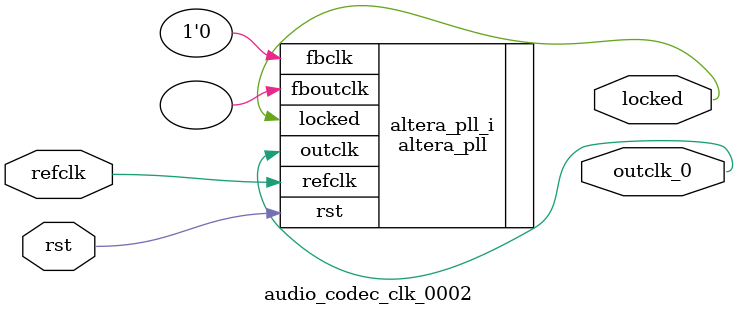
<source format=v>
`timescale 1ns/10ps
module  audio_codec_clk_0002(

	// interface 'refclk'
	input wire refclk,

	// interface 'reset'
	input wire rst,

	// interface 'outclk0'
	output wire outclk_0,

	// interface 'locked'
	output wire locked
);

	altera_pll #(
		.fractional_vco_multiplier("false"),
		.reference_clock_frequency("50.0 MHz"),
		.operation_mode("normal"),
		.number_of_clocks(1),
		.output_clock_frequency0("3.125000 MHz"),
		.phase_shift0("0 ps"),
		.duty_cycle0(50),
		.output_clock_frequency1("0 MHz"),
		.phase_shift1("0 ps"),
		.duty_cycle1(50),
		.output_clock_frequency2("0 MHz"),
		.phase_shift2("0 ps"),
		.duty_cycle2(50),
		.output_clock_frequency3("0 MHz"),
		.phase_shift3("0 ps"),
		.duty_cycle3(50),
		.output_clock_frequency4("0 MHz"),
		.phase_shift4("0 ps"),
		.duty_cycle4(50),
		.output_clock_frequency5("0 MHz"),
		.phase_shift5("0 ps"),
		.duty_cycle5(50),
		.output_clock_frequency6("0 MHz"),
		.phase_shift6("0 ps"),
		.duty_cycle6(50),
		.output_clock_frequency7("0 MHz"),
		.phase_shift7("0 ps"),
		.duty_cycle7(50),
		.output_clock_frequency8("0 MHz"),
		.phase_shift8("0 ps"),
		.duty_cycle8(50),
		.output_clock_frequency9("0 MHz"),
		.phase_shift9("0 ps"),
		.duty_cycle9(50),
		.output_clock_frequency10("0 MHz"),
		.phase_shift10("0 ps"),
		.duty_cycle10(50),
		.output_clock_frequency11("0 MHz"),
		.phase_shift11("0 ps"),
		.duty_cycle11(50),
		.output_clock_frequency12("0 MHz"),
		.phase_shift12("0 ps"),
		.duty_cycle12(50),
		.output_clock_frequency13("0 MHz"),
		.phase_shift13("0 ps"),
		.duty_cycle13(50),
		.output_clock_frequency14("0 MHz"),
		.phase_shift14("0 ps"),
		.duty_cycle14(50),
		.output_clock_frequency15("0 MHz"),
		.phase_shift15("0 ps"),
		.duty_cycle15(50),
		.output_clock_frequency16("0 MHz"),
		.phase_shift16("0 ps"),
		.duty_cycle16(50),
		.output_clock_frequency17("0 MHz"),
		.phase_shift17("0 ps"),
		.duty_cycle17(50),
		.pll_type("General"),
		.pll_subtype("General")
	) altera_pll_i (
		.rst	(rst),
		.outclk	({outclk_0}),
		.locked	(locked),
		.fboutclk	( ),
		.fbclk	(1'b0),
		.refclk	(refclk)
	);
endmodule


</source>
